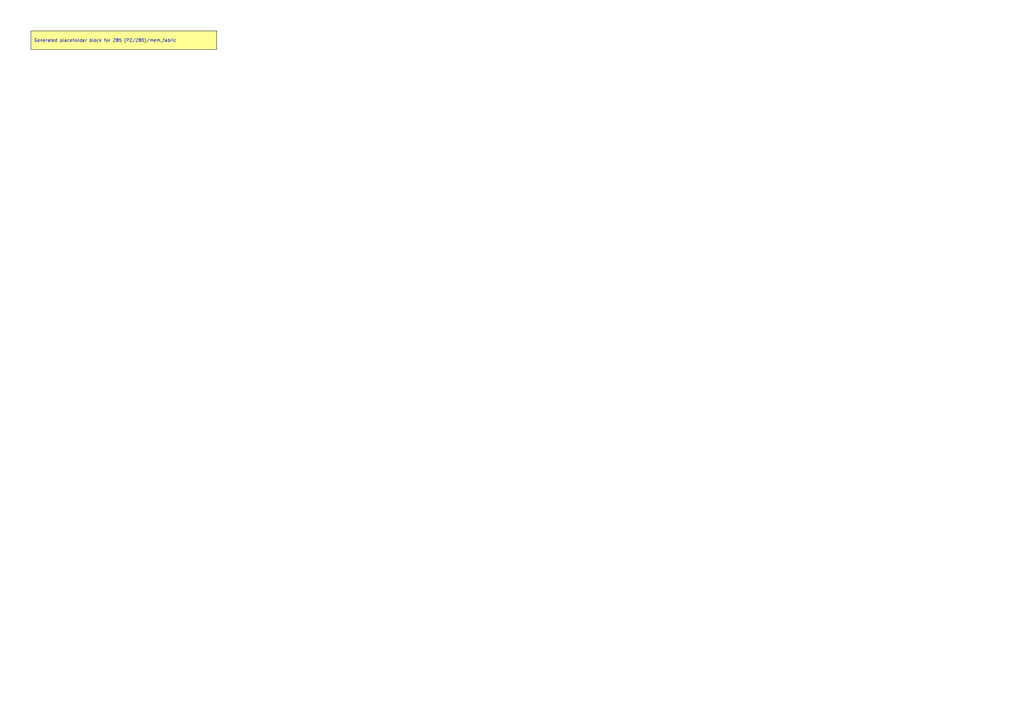
<source format=kicad_sch>
(kicad_sch
	(version 20250114)
	(generator "kicadgen")
	(generator_version "0.2")
	(uuid "8f243c90-2f0f-509b-b3c1-5e5a54312698")
	(paper "A3")
	(title_block
		(title "Z85 (P2/Z80)::mem_fabric")
		(company "Project Carbon")
		(comment 1 "Generated - do not edit in generated/")
		(comment 2 "Edit in schem/kicad9/manual/ or refine mapping specs")
	)
	(lib_symbols)
	(text_box
		"Generated placeholder block for Z85 (P2/Z80)/mem_fabric"
		(exclude_from_sim no)
		(at
			12.7
			12.7
			0
		)
		(size 76.2 7.62)
		(margins
			1.27
			1.27
			1.27
			1.27
		)
		(stroke
			(width 0)
			(type default)
			(color
				0
				0
				0
				1
			)
		)
		(fill
			(type color)
			(color
				255
				255
				150
				1
			)
		)
		(effects
			(font
				(size 1.27 1.27)
			)
			(justify left)
		)
		(uuid "4ffaf35d-22a5-5f5c-9f17-5489800ebf50")
	)
	(sheet_instances
		(path
			"/"
			(page "1")
		)
	)
	(embedded_fonts no)
)

</source>
